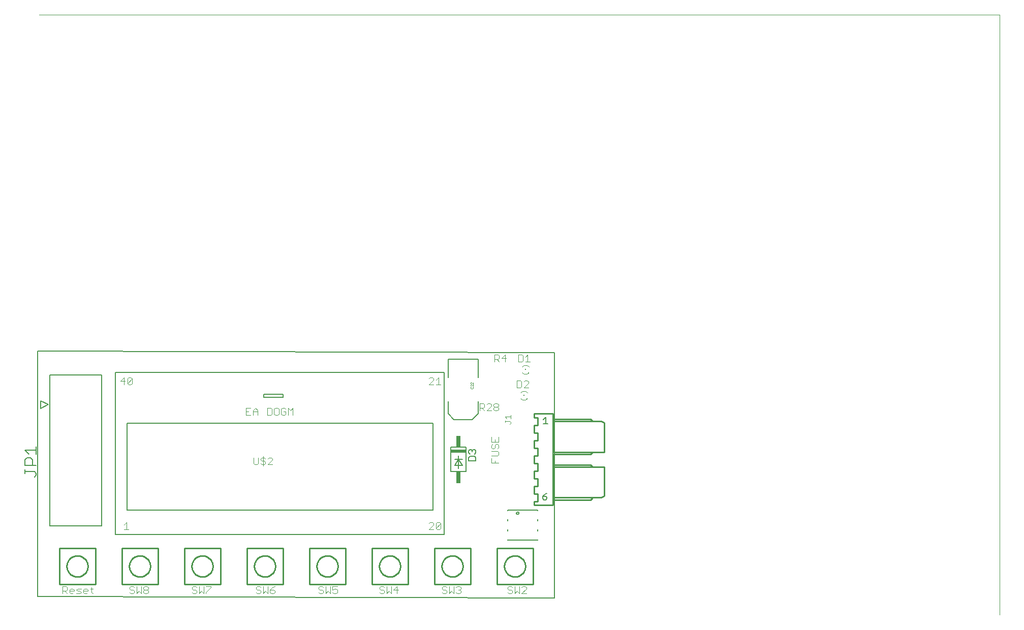
<source format=gto>
G75*
%MOIN*%
%OFA0B0*%
%FSLAX24Y24*%
%IPPOS*%
%LPD*%
%AMOC8*
5,1,8,0,0,1.08239X$1,22.5*
%
%ADD10C,0.0000*%
%ADD11C,0.0080*%
%ADD12C,0.0040*%
%ADD13C,0.0050*%
%ADD14C,0.0060*%
%ADD15C,0.0100*%
%ADD16C,0.0070*%
%ADD17R,0.0079X0.0079*%
%ADD18R,0.0059X0.0098*%
%ADD19C,0.0010*%
%ADD20R,0.1000X0.0200*%
%ADD21R,0.0300X0.0750*%
D10*
X001343Y039810D02*
X064335Y039810D01*
X064335Y000440D01*
D11*
X035143Y001540D02*
X001243Y001640D01*
X001243Y017740D01*
X035143Y017640D01*
X035143Y001540D01*
X029734Y013271D02*
X028553Y013271D01*
X028159Y013665D01*
X028159Y014453D01*
X030128Y014453D02*
X030128Y013665D01*
X029734Y013271D01*
X030128Y016027D02*
X030128Y017209D01*
X028159Y017209D01*
X028159Y016027D01*
X001153Y011494D02*
X001153Y011000D01*
X001153Y011247D02*
X000413Y011247D01*
X000660Y011000D01*
X000536Y010739D02*
X000783Y010739D01*
X000906Y010615D01*
X000906Y010245D01*
X001153Y010245D02*
X000413Y010245D01*
X000413Y010615D01*
X000536Y010739D01*
X000413Y009984D02*
X000413Y009737D01*
X000413Y009860D02*
X001030Y009860D01*
X001153Y009737D01*
X001153Y009613D01*
X001030Y009490D01*
D12*
X006913Y006367D02*
X007067Y006520D01*
X007067Y006060D01*
X007220Y006060D02*
X006913Y006060D01*
X007340Y002320D02*
X007263Y002244D01*
X007263Y002167D01*
X007340Y002090D01*
X007494Y002090D01*
X007570Y002013D01*
X007570Y001937D01*
X007494Y001860D01*
X007340Y001860D01*
X007263Y001937D01*
X007340Y002320D02*
X007494Y002320D01*
X007570Y002244D01*
X007724Y002320D02*
X007724Y001860D01*
X007877Y002013D01*
X008031Y001860D01*
X008031Y002320D01*
X008184Y002244D02*
X008184Y002167D01*
X008261Y002090D01*
X008414Y002090D01*
X008491Y002013D01*
X008491Y001937D01*
X008414Y001860D01*
X008261Y001860D01*
X008184Y001937D01*
X008184Y002013D01*
X008261Y002090D01*
X008414Y002090D02*
X008491Y002167D01*
X008491Y002244D01*
X008414Y002320D01*
X008261Y002320D01*
X008184Y002244D01*
X011363Y002244D02*
X011363Y002167D01*
X011440Y002090D01*
X011594Y002090D01*
X011670Y002013D01*
X011670Y001937D01*
X011594Y001860D01*
X011440Y001860D01*
X011363Y001937D01*
X011363Y002244D02*
X011440Y002320D01*
X011594Y002320D01*
X011670Y002244D01*
X011824Y002320D02*
X011824Y001860D01*
X011977Y002013D01*
X012131Y001860D01*
X012131Y002320D01*
X012284Y002320D02*
X012591Y002320D01*
X012591Y002244D01*
X012284Y001937D01*
X012284Y001860D01*
X015563Y001937D02*
X015640Y001860D01*
X015794Y001860D01*
X015870Y001937D01*
X015870Y002013D01*
X015794Y002090D01*
X015640Y002090D01*
X015563Y002167D01*
X015563Y002244D01*
X015640Y002320D01*
X015794Y002320D01*
X015870Y002244D01*
X016024Y002320D02*
X016024Y001860D01*
X016177Y002013D01*
X016331Y001860D01*
X016331Y002320D01*
X016484Y002090D02*
X016714Y002090D01*
X016791Y002013D01*
X016791Y001937D01*
X016714Y001860D01*
X016561Y001860D01*
X016484Y001937D01*
X016484Y002090D01*
X016638Y002244D01*
X016791Y002320D01*
X019663Y002244D02*
X019663Y002167D01*
X019740Y002090D01*
X019894Y002090D01*
X019970Y002013D01*
X019970Y001937D01*
X019894Y001860D01*
X019740Y001860D01*
X019663Y001937D01*
X019663Y002244D02*
X019740Y002320D01*
X019894Y002320D01*
X019970Y002244D01*
X020124Y002320D02*
X020124Y001860D01*
X020277Y002013D01*
X020431Y001860D01*
X020431Y002320D01*
X020584Y002320D02*
X020584Y002090D01*
X020738Y002167D01*
X020814Y002167D01*
X020891Y002090D01*
X020891Y001937D01*
X020814Y001860D01*
X020661Y001860D01*
X020584Y001937D01*
X020584Y002320D02*
X020891Y002320D01*
X023663Y002244D02*
X023663Y002167D01*
X023740Y002090D01*
X023894Y002090D01*
X023970Y002013D01*
X023970Y001937D01*
X023894Y001860D01*
X023740Y001860D01*
X023663Y001937D01*
X023663Y002244D02*
X023740Y002320D01*
X023894Y002320D01*
X023970Y002244D01*
X024124Y002320D02*
X024124Y001860D01*
X024277Y002013D01*
X024431Y001860D01*
X024431Y002320D01*
X024584Y002090D02*
X024891Y002090D01*
X024814Y001860D02*
X024814Y002320D01*
X024584Y002090D01*
X027763Y002167D02*
X027840Y002090D01*
X027994Y002090D01*
X028070Y002013D01*
X028070Y001937D01*
X027994Y001860D01*
X027840Y001860D01*
X027763Y001937D01*
X027763Y002167D02*
X027763Y002244D01*
X027840Y002320D01*
X027994Y002320D01*
X028070Y002244D01*
X028224Y002320D02*
X028224Y001860D01*
X028377Y002013D01*
X028531Y001860D01*
X028531Y002320D01*
X028684Y002244D02*
X028761Y002320D01*
X028914Y002320D01*
X028991Y002244D01*
X028991Y002167D01*
X028914Y002090D01*
X028991Y002013D01*
X028991Y001937D01*
X028914Y001860D01*
X028761Y001860D01*
X028684Y001937D01*
X028838Y002090D02*
X028914Y002090D01*
X032063Y002167D02*
X032140Y002090D01*
X032294Y002090D01*
X032370Y002013D01*
X032370Y001937D01*
X032294Y001860D01*
X032140Y001860D01*
X032063Y001937D01*
X032140Y001860D01*
X032294Y001860D01*
X032370Y001937D01*
X032370Y002013D01*
X032294Y002090D01*
X032140Y002090D01*
X032063Y002167D01*
X032063Y002244D01*
X032140Y002320D01*
X032294Y002320D01*
X032370Y002244D01*
X032294Y002320D01*
X032140Y002320D01*
X032063Y002244D01*
X032063Y002167D01*
X032524Y002320D02*
X032524Y001860D01*
X032677Y002013D01*
X032831Y001860D01*
X032831Y002320D01*
X032831Y001860D01*
X032677Y002013D01*
X032524Y001860D01*
X032524Y002320D01*
X032984Y002244D02*
X033061Y002320D01*
X033214Y002320D01*
X033291Y002244D01*
X033291Y002167D01*
X032984Y001860D01*
X033291Y001860D01*
X032984Y001860D01*
X033291Y002167D01*
X033291Y002244D01*
X033214Y002320D01*
X033061Y002320D01*
X032984Y002244D01*
X027681Y006137D02*
X027604Y006060D01*
X027450Y006060D01*
X027374Y006137D01*
X027681Y006444D01*
X027681Y006137D01*
X027681Y006444D02*
X027604Y006520D01*
X027450Y006520D01*
X027374Y006444D01*
X027374Y006137D01*
X027220Y006060D02*
X026913Y006060D01*
X027220Y006367D01*
X027220Y006444D01*
X027144Y006520D01*
X026990Y006520D01*
X026913Y006444D01*
X031013Y010418D02*
X031013Y010725D01*
X031013Y010879D02*
X031397Y010879D01*
X031473Y010956D01*
X031473Y011109D01*
X031397Y011186D01*
X031013Y011186D01*
X031090Y011339D02*
X031166Y011339D01*
X031243Y011416D01*
X031243Y011569D01*
X031320Y011646D01*
X031397Y011646D01*
X031473Y011569D01*
X031473Y011416D01*
X031397Y011339D01*
X031090Y011339D02*
X031013Y011416D01*
X031013Y011569D01*
X031090Y011646D01*
X031013Y011800D02*
X031473Y011800D01*
X031473Y012107D01*
X031243Y011953D02*
X031243Y011800D01*
X031013Y011800D02*
X031013Y012107D01*
X031902Y013083D02*
X031902Y013203D01*
X031902Y013143D02*
X032203Y013143D01*
X032263Y013083D01*
X032263Y013023D01*
X032203Y012963D01*
X032263Y013331D02*
X032263Y013571D01*
X032263Y013451D02*
X031902Y013451D01*
X032023Y013331D01*
X031460Y013937D02*
X031383Y013860D01*
X031230Y013860D01*
X031153Y013937D01*
X031153Y014013D01*
X031230Y014090D01*
X031383Y014090D01*
X031460Y014013D01*
X031460Y013937D01*
X031383Y014090D02*
X031460Y014167D01*
X031460Y014244D01*
X031383Y014320D01*
X031230Y014320D01*
X031153Y014244D01*
X031153Y014167D01*
X031230Y014090D01*
X030999Y014167D02*
X030999Y014244D01*
X030923Y014320D01*
X030769Y014320D01*
X030693Y014244D01*
X030539Y014244D02*
X030539Y014090D01*
X030462Y014013D01*
X030232Y014013D01*
X030232Y013860D02*
X030232Y014320D01*
X030462Y014320D01*
X030539Y014244D01*
X030386Y014013D02*
X030539Y013860D01*
X030693Y013860D02*
X030999Y014167D01*
X030999Y013860D02*
X030693Y013860D01*
X032663Y015360D02*
X032894Y015360D01*
X032970Y015437D01*
X032970Y015744D01*
X032894Y015820D01*
X032663Y015820D01*
X032663Y015360D01*
X033124Y015360D02*
X033431Y015667D01*
X033431Y015744D01*
X033354Y015820D01*
X033200Y015820D01*
X033124Y015744D01*
X033124Y015360D02*
X033431Y015360D01*
X033360Y015037D02*
X033337Y015060D01*
X033311Y015080D01*
X033283Y015097D01*
X033254Y015111D01*
X033223Y015122D01*
X033192Y015129D01*
X033159Y015133D01*
X033127Y015133D01*
X033094Y015129D01*
X033063Y015122D01*
X033032Y015111D01*
X033003Y015097D01*
X032975Y015080D01*
X032949Y015060D01*
X032926Y015037D01*
X032926Y014643D02*
X032949Y014620D01*
X032975Y014600D01*
X033003Y014583D01*
X033032Y014569D01*
X033063Y014558D01*
X033094Y014551D01*
X033127Y014547D01*
X033159Y014547D01*
X033192Y014551D01*
X033223Y014558D01*
X033254Y014569D01*
X033283Y014583D01*
X033311Y014600D01*
X033337Y014620D01*
X033360Y014643D01*
X033460Y016343D02*
X033437Y016320D01*
X033411Y016300D01*
X033383Y016283D01*
X033354Y016269D01*
X033323Y016258D01*
X033292Y016251D01*
X033259Y016247D01*
X033227Y016247D01*
X033194Y016251D01*
X033163Y016258D01*
X033132Y016269D01*
X033103Y016283D01*
X033075Y016300D01*
X033049Y016320D01*
X033026Y016343D01*
X033026Y016737D02*
X033049Y016760D01*
X033075Y016780D01*
X033103Y016797D01*
X033132Y016811D01*
X033163Y016822D01*
X033194Y016829D01*
X033227Y016833D01*
X033259Y016833D01*
X033292Y016829D01*
X033323Y016822D01*
X033354Y016811D01*
X033383Y016797D01*
X033411Y016780D01*
X033437Y016760D01*
X033460Y016737D01*
X033531Y017060D02*
X033224Y017060D01*
X033377Y017060D02*
X033377Y017520D01*
X033224Y017367D01*
X033070Y017444D02*
X032994Y017520D01*
X032763Y017520D01*
X032763Y017060D01*
X032994Y017060D01*
X033070Y017137D01*
X033070Y017444D01*
X031981Y017290D02*
X031674Y017290D01*
X031904Y017520D01*
X031904Y017060D01*
X031520Y017060D02*
X031367Y017213D01*
X031444Y017213D02*
X031213Y017213D01*
X031213Y017060D02*
X031213Y017520D01*
X031444Y017520D01*
X031520Y017444D01*
X031520Y017290D01*
X031444Y017213D01*
X027527Y016020D02*
X027527Y015560D01*
X027374Y015560D02*
X027681Y015560D01*
X027374Y015867D02*
X027527Y016020D01*
X027220Y015944D02*
X027144Y016020D01*
X026990Y016020D01*
X026913Y015944D01*
X027220Y015944D02*
X027220Y015867D01*
X026913Y015560D01*
X027220Y015560D01*
X031013Y010418D02*
X031473Y010418D01*
X031243Y010418D02*
X031243Y010572D01*
X017983Y013560D02*
X017983Y014020D01*
X017829Y013867D01*
X017676Y014020D01*
X017676Y013560D01*
X017522Y013637D02*
X017445Y013560D01*
X017292Y013560D01*
X017215Y013637D01*
X017215Y013944D01*
X017292Y014020D01*
X017445Y014020D01*
X017522Y013944D01*
X017522Y013790D02*
X017369Y013790D01*
X017522Y013790D02*
X017522Y013637D01*
X017062Y013637D02*
X016985Y013560D01*
X016832Y013560D01*
X016755Y013637D01*
X016755Y013944D01*
X016832Y014020D01*
X016985Y014020D01*
X017062Y013944D01*
X017062Y013637D01*
X016601Y013637D02*
X016525Y013560D01*
X016295Y013560D01*
X016295Y014020D01*
X016525Y014020D01*
X016601Y013944D01*
X016601Y013637D01*
X015681Y013560D02*
X015681Y013867D01*
X015527Y014020D01*
X015374Y013867D01*
X015374Y013560D01*
X015220Y013560D02*
X014913Y013560D01*
X014913Y014020D01*
X015220Y014020D01*
X015067Y013790D02*
X014913Y013790D01*
X015374Y013790D02*
X015681Y013790D01*
X016027Y010847D02*
X016027Y010233D01*
X015950Y010310D02*
X016104Y010310D01*
X016181Y010387D01*
X016181Y010463D01*
X016104Y010540D01*
X015950Y010540D01*
X015874Y010617D01*
X015874Y010694D01*
X015950Y010770D01*
X016104Y010770D01*
X016181Y010694D01*
X016334Y010694D02*
X016411Y010770D01*
X016564Y010770D01*
X016641Y010694D01*
X016641Y010617D01*
X016334Y010310D01*
X016641Y010310D01*
X015950Y010310D02*
X015874Y010387D01*
X015720Y010387D02*
X015720Y010770D01*
X015413Y010770D02*
X015413Y010387D01*
X015490Y010310D01*
X015644Y010310D01*
X015720Y010387D01*
X007431Y015637D02*
X007354Y015560D01*
X007200Y015560D01*
X007124Y015637D01*
X007431Y015944D01*
X007431Y015637D01*
X007431Y015944D02*
X007354Y016020D01*
X007200Y016020D01*
X007124Y015944D01*
X007124Y015637D01*
X006970Y015790D02*
X006663Y015790D01*
X006894Y016020D01*
X006894Y015560D01*
X004782Y002244D02*
X004782Y001937D01*
X004858Y001860D01*
X004858Y002167D02*
X004705Y002167D01*
X004551Y002090D02*
X004551Y002013D01*
X004245Y002013D01*
X004245Y001937D02*
X004245Y002090D01*
X004321Y002167D01*
X004475Y002167D01*
X004551Y002090D01*
X004475Y001860D02*
X004321Y001860D01*
X004245Y001937D01*
X004091Y001937D02*
X004014Y002013D01*
X003861Y002013D01*
X003784Y002090D01*
X003861Y002167D01*
X004091Y002167D01*
X004091Y001937D02*
X004014Y001860D01*
X003784Y001860D01*
X003631Y002013D02*
X003324Y002013D01*
X003324Y001937D02*
X003324Y002090D01*
X003400Y002167D01*
X003554Y002167D01*
X003631Y002090D01*
X003631Y002013D01*
X003554Y001860D02*
X003400Y001860D01*
X003324Y001937D01*
X003170Y001860D02*
X003017Y002013D01*
X003094Y002013D02*
X002863Y002013D01*
X002863Y001860D02*
X002863Y002320D01*
X003094Y002320D01*
X003170Y002244D01*
X003170Y002090D01*
X003094Y002013D01*
D13*
X006344Y005737D02*
X006344Y016367D01*
X027919Y016367D01*
X027919Y005737D01*
X006344Y005737D01*
X007092Y007312D02*
X007092Y013020D01*
X027171Y013020D01*
X027171Y007312D01*
X007092Y007312D01*
X016069Y014713D02*
X016069Y014910D01*
X017328Y014910D01*
X017328Y014713D01*
X016069Y014713D01*
X029518Y011230D02*
X029518Y011080D01*
X029593Y011005D01*
X029593Y010844D02*
X029518Y010769D01*
X029518Y010544D01*
X029968Y010544D01*
X029968Y010769D01*
X029893Y010844D01*
X029593Y010844D01*
X029893Y011005D02*
X029968Y011080D01*
X029968Y011230D01*
X029893Y011305D01*
X029818Y011305D01*
X029743Y011230D01*
X029743Y011155D01*
X029743Y011230D02*
X029668Y011305D01*
X029593Y011305D01*
X029518Y011230D01*
X035043Y011120D02*
X035043Y010990D01*
X034028Y007324D02*
X032059Y007324D01*
X032059Y007285D01*
X032649Y007127D02*
X032651Y007142D01*
X032655Y007157D01*
X032662Y007171D01*
X032672Y007183D01*
X032684Y007193D01*
X032698Y007200D01*
X032713Y007204D01*
X032728Y007206D01*
X032743Y007204D01*
X032758Y007200D01*
X032772Y007193D01*
X032784Y007183D01*
X032794Y007171D01*
X032801Y007157D01*
X032805Y007142D01*
X032807Y007127D01*
X032805Y007112D01*
X032801Y007097D01*
X032794Y007083D01*
X032784Y007071D01*
X032772Y007061D01*
X032758Y007054D01*
X032743Y007050D01*
X032728Y007048D01*
X032713Y007050D01*
X032698Y007054D01*
X032684Y007061D01*
X032672Y007071D01*
X032662Y007083D01*
X032655Y007097D01*
X032651Y007112D01*
X032649Y007127D01*
X032059Y006734D02*
X032059Y006616D01*
X032059Y006064D02*
X032059Y005946D01*
X032059Y005395D02*
X032059Y005356D01*
X034028Y005356D01*
X034028Y005395D01*
X034028Y005946D02*
X034028Y006064D01*
X034028Y006616D02*
X034028Y006734D01*
X034028Y007285D02*
X034028Y007324D01*
D14*
X029343Y009840D02*
X029343Y011440D01*
X028343Y011440D01*
X028343Y009840D01*
X029343Y009840D01*
X029093Y010240D02*
X028593Y010240D01*
X028843Y010640D01*
X028593Y010640D01*
X028843Y010640D02*
X029093Y010640D01*
X028843Y010640D02*
X028843Y010040D01*
X029093Y010240D02*
X028843Y010640D01*
X028843Y010890D01*
X005433Y006300D02*
X002053Y006300D01*
X002053Y016180D01*
X005433Y016180D01*
X005433Y006300D01*
X001453Y013990D02*
X001953Y014240D01*
X001453Y014490D01*
X001453Y013990D01*
D15*
X002662Y004821D02*
X002662Y002459D01*
X005024Y002459D01*
X005024Y004821D01*
X002662Y004821D01*
X003154Y003640D02*
X003156Y003692D01*
X003162Y003744D01*
X003172Y003795D01*
X003185Y003845D01*
X003203Y003895D01*
X003224Y003942D01*
X003248Y003988D01*
X003277Y004032D01*
X003308Y004074D01*
X003342Y004113D01*
X003379Y004150D01*
X003419Y004183D01*
X003462Y004214D01*
X003506Y004241D01*
X003552Y004265D01*
X003601Y004285D01*
X003650Y004301D01*
X003701Y004314D01*
X003752Y004323D01*
X003804Y004328D01*
X003856Y004329D01*
X003908Y004326D01*
X003960Y004319D01*
X004011Y004308D01*
X004061Y004294D01*
X004110Y004275D01*
X004157Y004253D01*
X004202Y004228D01*
X004246Y004199D01*
X004287Y004167D01*
X004326Y004132D01*
X004361Y004094D01*
X004394Y004053D01*
X004424Y004011D01*
X004450Y003966D01*
X004473Y003919D01*
X004492Y003870D01*
X004508Y003820D01*
X004520Y003770D01*
X004528Y003718D01*
X004532Y003666D01*
X004532Y003614D01*
X004528Y003562D01*
X004520Y003510D01*
X004508Y003460D01*
X004492Y003410D01*
X004473Y003361D01*
X004450Y003314D01*
X004424Y003269D01*
X004394Y003227D01*
X004361Y003186D01*
X004326Y003148D01*
X004287Y003113D01*
X004246Y003081D01*
X004202Y003052D01*
X004157Y003027D01*
X004110Y003005D01*
X004061Y002986D01*
X004011Y002972D01*
X003960Y002961D01*
X003908Y002954D01*
X003856Y002951D01*
X003804Y002952D01*
X003752Y002957D01*
X003701Y002966D01*
X003650Y002979D01*
X003601Y002995D01*
X003552Y003015D01*
X003506Y003039D01*
X003462Y003066D01*
X003419Y003097D01*
X003379Y003130D01*
X003342Y003167D01*
X003308Y003206D01*
X003277Y003248D01*
X003248Y003292D01*
X003224Y003338D01*
X003203Y003385D01*
X003185Y003435D01*
X003172Y003485D01*
X003162Y003536D01*
X003156Y003588D01*
X003154Y003640D01*
X006762Y002459D02*
X009124Y002459D01*
X009124Y004821D01*
X006762Y004821D01*
X006762Y002459D01*
X007254Y003640D02*
X007256Y003692D01*
X007262Y003744D01*
X007272Y003795D01*
X007285Y003845D01*
X007303Y003895D01*
X007324Y003942D01*
X007348Y003988D01*
X007377Y004032D01*
X007408Y004074D01*
X007442Y004113D01*
X007479Y004150D01*
X007519Y004183D01*
X007562Y004214D01*
X007606Y004241D01*
X007652Y004265D01*
X007701Y004285D01*
X007750Y004301D01*
X007801Y004314D01*
X007852Y004323D01*
X007904Y004328D01*
X007956Y004329D01*
X008008Y004326D01*
X008060Y004319D01*
X008111Y004308D01*
X008161Y004294D01*
X008210Y004275D01*
X008257Y004253D01*
X008302Y004228D01*
X008346Y004199D01*
X008387Y004167D01*
X008426Y004132D01*
X008461Y004094D01*
X008494Y004053D01*
X008524Y004011D01*
X008550Y003966D01*
X008573Y003919D01*
X008592Y003870D01*
X008608Y003820D01*
X008620Y003770D01*
X008628Y003718D01*
X008632Y003666D01*
X008632Y003614D01*
X008628Y003562D01*
X008620Y003510D01*
X008608Y003460D01*
X008592Y003410D01*
X008573Y003361D01*
X008550Y003314D01*
X008524Y003269D01*
X008494Y003227D01*
X008461Y003186D01*
X008426Y003148D01*
X008387Y003113D01*
X008346Y003081D01*
X008302Y003052D01*
X008257Y003027D01*
X008210Y003005D01*
X008161Y002986D01*
X008111Y002972D01*
X008060Y002961D01*
X008008Y002954D01*
X007956Y002951D01*
X007904Y002952D01*
X007852Y002957D01*
X007801Y002966D01*
X007750Y002979D01*
X007701Y002995D01*
X007652Y003015D01*
X007606Y003039D01*
X007562Y003066D01*
X007519Y003097D01*
X007479Y003130D01*
X007442Y003167D01*
X007408Y003206D01*
X007377Y003248D01*
X007348Y003292D01*
X007324Y003338D01*
X007303Y003385D01*
X007285Y003435D01*
X007272Y003485D01*
X007262Y003536D01*
X007256Y003588D01*
X007254Y003640D01*
X010862Y002459D02*
X013224Y002459D01*
X013224Y004821D01*
X010862Y004821D01*
X010862Y002459D01*
X011354Y003640D02*
X011356Y003692D01*
X011362Y003744D01*
X011372Y003795D01*
X011385Y003845D01*
X011403Y003895D01*
X011424Y003942D01*
X011448Y003988D01*
X011477Y004032D01*
X011508Y004074D01*
X011542Y004113D01*
X011579Y004150D01*
X011619Y004183D01*
X011662Y004214D01*
X011706Y004241D01*
X011752Y004265D01*
X011801Y004285D01*
X011850Y004301D01*
X011901Y004314D01*
X011952Y004323D01*
X012004Y004328D01*
X012056Y004329D01*
X012108Y004326D01*
X012160Y004319D01*
X012211Y004308D01*
X012261Y004294D01*
X012310Y004275D01*
X012357Y004253D01*
X012402Y004228D01*
X012446Y004199D01*
X012487Y004167D01*
X012526Y004132D01*
X012561Y004094D01*
X012594Y004053D01*
X012624Y004011D01*
X012650Y003966D01*
X012673Y003919D01*
X012692Y003870D01*
X012708Y003820D01*
X012720Y003770D01*
X012728Y003718D01*
X012732Y003666D01*
X012732Y003614D01*
X012728Y003562D01*
X012720Y003510D01*
X012708Y003460D01*
X012692Y003410D01*
X012673Y003361D01*
X012650Y003314D01*
X012624Y003269D01*
X012594Y003227D01*
X012561Y003186D01*
X012526Y003148D01*
X012487Y003113D01*
X012446Y003081D01*
X012402Y003052D01*
X012357Y003027D01*
X012310Y003005D01*
X012261Y002986D01*
X012211Y002972D01*
X012160Y002961D01*
X012108Y002954D01*
X012056Y002951D01*
X012004Y002952D01*
X011952Y002957D01*
X011901Y002966D01*
X011850Y002979D01*
X011801Y002995D01*
X011752Y003015D01*
X011706Y003039D01*
X011662Y003066D01*
X011619Y003097D01*
X011579Y003130D01*
X011542Y003167D01*
X011508Y003206D01*
X011477Y003248D01*
X011448Y003292D01*
X011424Y003338D01*
X011403Y003385D01*
X011385Y003435D01*
X011372Y003485D01*
X011362Y003536D01*
X011356Y003588D01*
X011354Y003640D01*
X014962Y002459D02*
X017324Y002459D01*
X017324Y004821D01*
X014962Y004821D01*
X014962Y002459D01*
X015454Y003640D02*
X015456Y003692D01*
X015462Y003744D01*
X015472Y003795D01*
X015485Y003845D01*
X015503Y003895D01*
X015524Y003942D01*
X015548Y003988D01*
X015577Y004032D01*
X015608Y004074D01*
X015642Y004113D01*
X015679Y004150D01*
X015719Y004183D01*
X015762Y004214D01*
X015806Y004241D01*
X015852Y004265D01*
X015901Y004285D01*
X015950Y004301D01*
X016001Y004314D01*
X016052Y004323D01*
X016104Y004328D01*
X016156Y004329D01*
X016208Y004326D01*
X016260Y004319D01*
X016311Y004308D01*
X016361Y004294D01*
X016410Y004275D01*
X016457Y004253D01*
X016502Y004228D01*
X016546Y004199D01*
X016587Y004167D01*
X016626Y004132D01*
X016661Y004094D01*
X016694Y004053D01*
X016724Y004011D01*
X016750Y003966D01*
X016773Y003919D01*
X016792Y003870D01*
X016808Y003820D01*
X016820Y003770D01*
X016828Y003718D01*
X016832Y003666D01*
X016832Y003614D01*
X016828Y003562D01*
X016820Y003510D01*
X016808Y003460D01*
X016792Y003410D01*
X016773Y003361D01*
X016750Y003314D01*
X016724Y003269D01*
X016694Y003227D01*
X016661Y003186D01*
X016626Y003148D01*
X016587Y003113D01*
X016546Y003081D01*
X016502Y003052D01*
X016457Y003027D01*
X016410Y003005D01*
X016361Y002986D01*
X016311Y002972D01*
X016260Y002961D01*
X016208Y002954D01*
X016156Y002951D01*
X016104Y002952D01*
X016052Y002957D01*
X016001Y002966D01*
X015950Y002979D01*
X015901Y002995D01*
X015852Y003015D01*
X015806Y003039D01*
X015762Y003066D01*
X015719Y003097D01*
X015679Y003130D01*
X015642Y003167D01*
X015608Y003206D01*
X015577Y003248D01*
X015548Y003292D01*
X015524Y003338D01*
X015503Y003385D01*
X015485Y003435D01*
X015472Y003485D01*
X015462Y003536D01*
X015456Y003588D01*
X015454Y003640D01*
X019062Y002459D02*
X021424Y002459D01*
X021424Y004821D01*
X019062Y004821D01*
X019062Y002459D01*
X019554Y003640D02*
X019556Y003692D01*
X019562Y003744D01*
X019572Y003795D01*
X019585Y003845D01*
X019603Y003895D01*
X019624Y003942D01*
X019648Y003988D01*
X019677Y004032D01*
X019708Y004074D01*
X019742Y004113D01*
X019779Y004150D01*
X019819Y004183D01*
X019862Y004214D01*
X019906Y004241D01*
X019952Y004265D01*
X020001Y004285D01*
X020050Y004301D01*
X020101Y004314D01*
X020152Y004323D01*
X020204Y004328D01*
X020256Y004329D01*
X020308Y004326D01*
X020360Y004319D01*
X020411Y004308D01*
X020461Y004294D01*
X020510Y004275D01*
X020557Y004253D01*
X020602Y004228D01*
X020646Y004199D01*
X020687Y004167D01*
X020726Y004132D01*
X020761Y004094D01*
X020794Y004053D01*
X020824Y004011D01*
X020850Y003966D01*
X020873Y003919D01*
X020892Y003870D01*
X020908Y003820D01*
X020920Y003770D01*
X020928Y003718D01*
X020932Y003666D01*
X020932Y003614D01*
X020928Y003562D01*
X020920Y003510D01*
X020908Y003460D01*
X020892Y003410D01*
X020873Y003361D01*
X020850Y003314D01*
X020824Y003269D01*
X020794Y003227D01*
X020761Y003186D01*
X020726Y003148D01*
X020687Y003113D01*
X020646Y003081D01*
X020602Y003052D01*
X020557Y003027D01*
X020510Y003005D01*
X020461Y002986D01*
X020411Y002972D01*
X020360Y002961D01*
X020308Y002954D01*
X020256Y002951D01*
X020204Y002952D01*
X020152Y002957D01*
X020101Y002966D01*
X020050Y002979D01*
X020001Y002995D01*
X019952Y003015D01*
X019906Y003039D01*
X019862Y003066D01*
X019819Y003097D01*
X019779Y003130D01*
X019742Y003167D01*
X019708Y003206D01*
X019677Y003248D01*
X019648Y003292D01*
X019624Y003338D01*
X019603Y003385D01*
X019585Y003435D01*
X019572Y003485D01*
X019562Y003536D01*
X019556Y003588D01*
X019554Y003640D01*
X023162Y002459D02*
X025524Y002459D01*
X025524Y004821D01*
X023162Y004821D01*
X023162Y002459D01*
X023654Y003640D02*
X023656Y003692D01*
X023662Y003744D01*
X023672Y003795D01*
X023685Y003845D01*
X023703Y003895D01*
X023724Y003942D01*
X023748Y003988D01*
X023777Y004032D01*
X023808Y004074D01*
X023842Y004113D01*
X023879Y004150D01*
X023919Y004183D01*
X023962Y004214D01*
X024006Y004241D01*
X024052Y004265D01*
X024101Y004285D01*
X024150Y004301D01*
X024201Y004314D01*
X024252Y004323D01*
X024304Y004328D01*
X024356Y004329D01*
X024408Y004326D01*
X024460Y004319D01*
X024511Y004308D01*
X024561Y004294D01*
X024610Y004275D01*
X024657Y004253D01*
X024702Y004228D01*
X024746Y004199D01*
X024787Y004167D01*
X024826Y004132D01*
X024861Y004094D01*
X024894Y004053D01*
X024924Y004011D01*
X024950Y003966D01*
X024973Y003919D01*
X024992Y003870D01*
X025008Y003820D01*
X025020Y003770D01*
X025028Y003718D01*
X025032Y003666D01*
X025032Y003614D01*
X025028Y003562D01*
X025020Y003510D01*
X025008Y003460D01*
X024992Y003410D01*
X024973Y003361D01*
X024950Y003314D01*
X024924Y003269D01*
X024894Y003227D01*
X024861Y003186D01*
X024826Y003148D01*
X024787Y003113D01*
X024746Y003081D01*
X024702Y003052D01*
X024657Y003027D01*
X024610Y003005D01*
X024561Y002986D01*
X024511Y002972D01*
X024460Y002961D01*
X024408Y002954D01*
X024356Y002951D01*
X024304Y002952D01*
X024252Y002957D01*
X024201Y002966D01*
X024150Y002979D01*
X024101Y002995D01*
X024052Y003015D01*
X024006Y003039D01*
X023962Y003066D01*
X023919Y003097D01*
X023879Y003130D01*
X023842Y003167D01*
X023808Y003206D01*
X023777Y003248D01*
X023748Y003292D01*
X023724Y003338D01*
X023703Y003385D01*
X023685Y003435D01*
X023672Y003485D01*
X023662Y003536D01*
X023656Y003588D01*
X023654Y003640D01*
X027262Y002459D02*
X029624Y002459D01*
X029624Y004821D01*
X027262Y004821D01*
X027262Y002459D01*
X027754Y003640D02*
X027756Y003692D01*
X027762Y003744D01*
X027772Y003795D01*
X027785Y003845D01*
X027803Y003895D01*
X027824Y003942D01*
X027848Y003988D01*
X027877Y004032D01*
X027908Y004074D01*
X027942Y004113D01*
X027979Y004150D01*
X028019Y004183D01*
X028062Y004214D01*
X028106Y004241D01*
X028152Y004265D01*
X028201Y004285D01*
X028250Y004301D01*
X028301Y004314D01*
X028352Y004323D01*
X028404Y004328D01*
X028456Y004329D01*
X028508Y004326D01*
X028560Y004319D01*
X028611Y004308D01*
X028661Y004294D01*
X028710Y004275D01*
X028757Y004253D01*
X028802Y004228D01*
X028846Y004199D01*
X028887Y004167D01*
X028926Y004132D01*
X028961Y004094D01*
X028994Y004053D01*
X029024Y004011D01*
X029050Y003966D01*
X029073Y003919D01*
X029092Y003870D01*
X029108Y003820D01*
X029120Y003770D01*
X029128Y003718D01*
X029132Y003666D01*
X029132Y003614D01*
X029128Y003562D01*
X029120Y003510D01*
X029108Y003460D01*
X029092Y003410D01*
X029073Y003361D01*
X029050Y003314D01*
X029024Y003269D01*
X028994Y003227D01*
X028961Y003186D01*
X028926Y003148D01*
X028887Y003113D01*
X028846Y003081D01*
X028802Y003052D01*
X028757Y003027D01*
X028710Y003005D01*
X028661Y002986D01*
X028611Y002972D01*
X028560Y002961D01*
X028508Y002954D01*
X028456Y002951D01*
X028404Y002952D01*
X028352Y002957D01*
X028301Y002966D01*
X028250Y002979D01*
X028201Y002995D01*
X028152Y003015D01*
X028106Y003039D01*
X028062Y003066D01*
X028019Y003097D01*
X027979Y003130D01*
X027942Y003167D01*
X027908Y003206D01*
X027877Y003248D01*
X027848Y003292D01*
X027824Y003338D01*
X027803Y003385D01*
X027785Y003435D01*
X027772Y003485D01*
X027762Y003536D01*
X027756Y003588D01*
X027754Y003640D01*
X031362Y002459D02*
X033724Y002459D01*
X033724Y004821D01*
X031362Y004821D01*
X031362Y002459D01*
X031854Y003640D02*
X031856Y003692D01*
X031862Y003744D01*
X031872Y003795D01*
X031885Y003845D01*
X031903Y003895D01*
X031924Y003942D01*
X031948Y003988D01*
X031977Y004032D01*
X032008Y004074D01*
X032042Y004113D01*
X032079Y004150D01*
X032119Y004183D01*
X032162Y004214D01*
X032206Y004241D01*
X032252Y004265D01*
X032301Y004285D01*
X032350Y004301D01*
X032401Y004314D01*
X032452Y004323D01*
X032504Y004328D01*
X032556Y004329D01*
X032608Y004326D01*
X032660Y004319D01*
X032711Y004308D01*
X032761Y004294D01*
X032810Y004275D01*
X032857Y004253D01*
X032902Y004228D01*
X032946Y004199D01*
X032987Y004167D01*
X033026Y004132D01*
X033061Y004094D01*
X033094Y004053D01*
X033124Y004011D01*
X033150Y003966D01*
X033173Y003919D01*
X033192Y003870D01*
X033208Y003820D01*
X033220Y003770D01*
X033228Y003718D01*
X033232Y003666D01*
X033232Y003614D01*
X033228Y003562D01*
X033220Y003510D01*
X033208Y003460D01*
X033192Y003410D01*
X033173Y003361D01*
X033150Y003314D01*
X033124Y003269D01*
X033094Y003227D01*
X033061Y003186D01*
X033026Y003148D01*
X032987Y003113D01*
X032946Y003081D01*
X032902Y003052D01*
X032857Y003027D01*
X032810Y003005D01*
X032761Y002986D01*
X032711Y002972D01*
X032660Y002961D01*
X032608Y002954D01*
X032556Y002951D01*
X032504Y002952D01*
X032452Y002957D01*
X032401Y002966D01*
X032350Y002979D01*
X032301Y002995D01*
X032252Y003015D01*
X032206Y003039D01*
X032162Y003066D01*
X032119Y003097D01*
X032079Y003130D01*
X032042Y003167D01*
X032008Y003206D01*
X031977Y003248D01*
X031948Y003292D01*
X031924Y003338D01*
X031903Y003385D01*
X031885Y003435D01*
X031872Y003485D01*
X031862Y003536D01*
X031856Y003588D01*
X031854Y003640D01*
X033793Y007640D02*
X035043Y007640D01*
X035043Y007990D01*
X037493Y007990D01*
X037633Y008120D01*
X038193Y008140D02*
X038393Y008240D01*
X038393Y010160D01*
X035043Y010160D01*
X035043Y010290D02*
X037493Y010290D01*
X037633Y010160D01*
X037493Y010990D02*
X037633Y011120D01*
X035043Y011120D01*
X035043Y013140D01*
X038193Y013140D01*
X038393Y013040D01*
X038393Y011120D01*
X037633Y011120D01*
X037493Y010990D02*
X035043Y010990D01*
X035043Y007990D01*
X035043Y008140D02*
X038193Y008140D01*
X034043Y007890D02*
X033793Y007890D01*
X033793Y007640D01*
X034043Y007890D02*
X034043Y008390D01*
X033793Y008390D01*
X033793Y008890D01*
X034043Y008890D01*
X034043Y009390D01*
X033793Y009390D01*
X033793Y009890D01*
X034043Y009890D01*
X034043Y010390D01*
X033793Y010390D01*
X033793Y010890D01*
X034043Y010890D01*
X034043Y011390D01*
X033793Y011390D01*
X033793Y011890D01*
X034043Y011890D01*
X034043Y012390D01*
X033793Y012390D01*
X033793Y012890D01*
X034043Y012890D01*
X034043Y013390D01*
X033793Y013390D01*
X033793Y013640D01*
X035043Y013640D01*
X035043Y013140D01*
X035043Y013290D02*
X037493Y013290D01*
X037633Y013160D01*
D16*
X034705Y012984D02*
X034418Y012984D01*
X034561Y012984D02*
X034561Y013415D01*
X034418Y013271D01*
X034655Y008435D02*
X034511Y008363D01*
X034368Y008220D01*
X034583Y008220D01*
X034655Y008148D01*
X034655Y008076D01*
X034583Y008004D01*
X034439Y008004D01*
X034368Y008076D01*
X034368Y008220D01*
D17*
X033143Y014840D03*
X033243Y016540D03*
D18*
X033450Y016314D03*
X033350Y014614D03*
D19*
X029798Y015328D02*
X029798Y015378D01*
X029773Y015403D01*
X029798Y015450D02*
X029698Y015550D01*
X029673Y015550D01*
X029648Y015525D01*
X029648Y015475D01*
X029673Y015450D01*
X029673Y015403D02*
X029648Y015378D01*
X029648Y015328D01*
X029673Y015303D01*
X029773Y015303D01*
X029798Y015328D01*
X029798Y015450D02*
X029798Y015550D01*
X029798Y015598D02*
X029698Y015698D01*
X029673Y015698D01*
X029648Y015673D01*
X029648Y015623D01*
X029673Y015598D01*
X029798Y015598D02*
X029798Y015698D01*
D20*
X028843Y011190D03*
D21*
X028843Y011815D03*
X028843Y009465D03*
M02*

</source>
